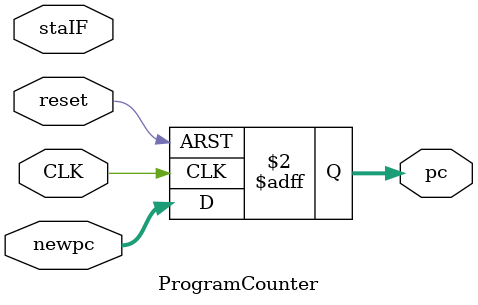
<source format=v>
`timescale 1ns / 1ps

module ProgramCounter 
(
input CLK ,reset,
input staIF ,  // stall pc
input [31:0] newpc , // the value may be from pcplus4 or jump or branch 
output reg [31:0]pc  // here inout for read self
);


always @(posedge CLK,posedge reset)
begin 


	if(reset)
     pc=0;
	else 
     pc=newpc;
	

end

endmodule

</source>
